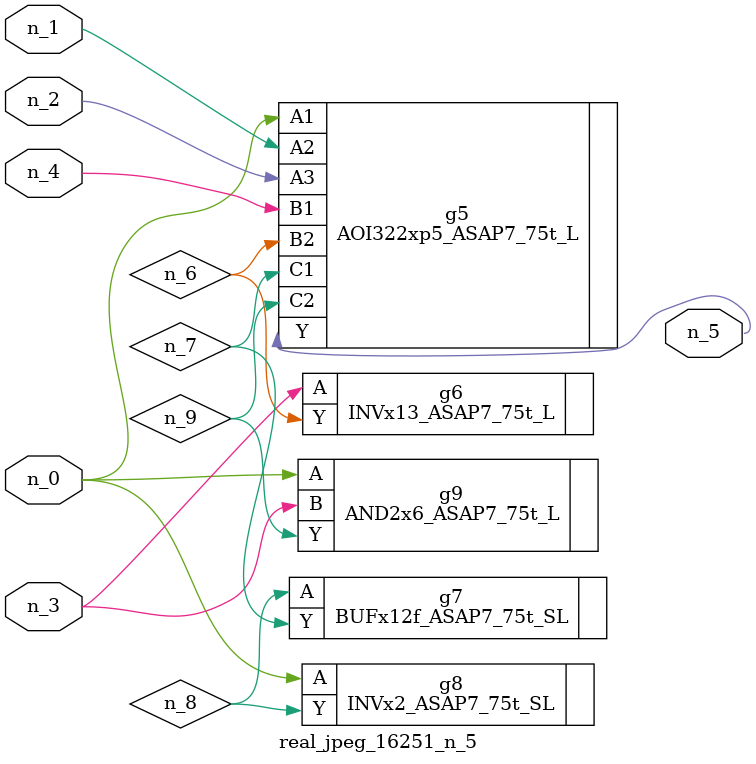
<source format=v>
module real_jpeg_16251_n_5 (n_4, n_0, n_1, n_2, n_3, n_5);

input n_4;
input n_0;
input n_1;
input n_2;
input n_3;

output n_5;

wire n_8;
wire n_6;
wire n_7;
wire n_9;

AOI322xp5_ASAP7_75t_L g5 ( 
.A1(n_0),
.A2(n_1),
.A3(n_2),
.B1(n_4),
.B2(n_6),
.C1(n_7),
.C2(n_9),
.Y(n_5)
);

INVx2_ASAP7_75t_SL g8 ( 
.A(n_0),
.Y(n_8)
);

AND2x6_ASAP7_75t_L g9 ( 
.A(n_0),
.B(n_3),
.Y(n_9)
);

INVx13_ASAP7_75t_L g6 ( 
.A(n_3),
.Y(n_6)
);

BUFx12f_ASAP7_75t_SL g7 ( 
.A(n_8),
.Y(n_7)
);


endmodule
</source>
